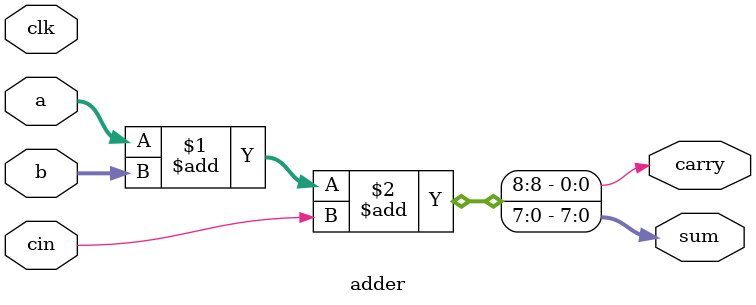
<source format=v>
module adder (
	input wire [7:0]a,b,
	input wire cin,clk,
	output wire [7:0]sum,
	output wire carry
);

assign {carry,sum} = a+b+cin;

endmodule
</source>
